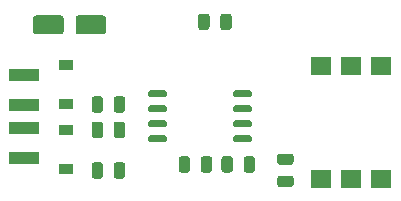
<source format=gtp>
G04 #@! TF.GenerationSoftware,KiCad,Pcbnew,5.1.6+dfsg1-1~bpo9+1*
G04 #@! TF.CreationDate,2022-04-04T20:25:57+02:00*
G04 #@! TF.ProjectId,sdrtrx-pttrelais,73647274-7278-42d7-9074-7472656c6169,rev?*
G04 #@! TF.SameCoordinates,Original*
G04 #@! TF.FileFunction,Paste,Top*
G04 #@! TF.FilePolarity,Positive*
%FSLAX46Y46*%
G04 Gerber Fmt 4.6, Leading zero omitted, Abs format (unit mm)*
G04 Created by KiCad (PCBNEW 5.1.6+dfsg1-1~bpo9+1) date 2022-04-04 20:25:57*
%MOMM*%
%LPD*%
G01*
G04 APERTURE LIST*
%ADD10R,1.780000X1.520000*%
%ADD11R,2.500000X1.100000*%
%ADD12R,1.200000X0.900000*%
G04 APERTURE END LIST*
G36*
G01*
X117850000Y-89258000D02*
X117850000Y-89558000D01*
G75*
G02*
X117700000Y-89708000I-150000J0D01*
G01*
X116400000Y-89708000D01*
G75*
G02*
X116250000Y-89558000I0J150000D01*
G01*
X116250000Y-89258000D01*
G75*
G02*
X116400000Y-89108000I150000J0D01*
G01*
X117700000Y-89108000D01*
G75*
G02*
X117850000Y-89258000I0J-150000D01*
G01*
G37*
G36*
G01*
X117850000Y-87988000D02*
X117850000Y-88288000D01*
G75*
G02*
X117700000Y-88438000I-150000J0D01*
G01*
X116400000Y-88438000D01*
G75*
G02*
X116250000Y-88288000I0J150000D01*
G01*
X116250000Y-87988000D01*
G75*
G02*
X116400000Y-87838000I150000J0D01*
G01*
X117700000Y-87838000D01*
G75*
G02*
X117850000Y-87988000I0J-150000D01*
G01*
G37*
G36*
G01*
X117850000Y-86718000D02*
X117850000Y-87018000D01*
G75*
G02*
X117700000Y-87168000I-150000J0D01*
G01*
X116400000Y-87168000D01*
G75*
G02*
X116250000Y-87018000I0J150000D01*
G01*
X116250000Y-86718000D01*
G75*
G02*
X116400000Y-86568000I150000J0D01*
G01*
X117700000Y-86568000D01*
G75*
G02*
X117850000Y-86718000I0J-150000D01*
G01*
G37*
G36*
G01*
X117850000Y-85448000D02*
X117850000Y-85748000D01*
G75*
G02*
X117700000Y-85898000I-150000J0D01*
G01*
X116400000Y-85898000D01*
G75*
G02*
X116250000Y-85748000I0J150000D01*
G01*
X116250000Y-85448000D01*
G75*
G02*
X116400000Y-85298000I150000J0D01*
G01*
X117700000Y-85298000D01*
G75*
G02*
X117850000Y-85448000I0J-150000D01*
G01*
G37*
G36*
G01*
X125050000Y-85448000D02*
X125050000Y-85748000D01*
G75*
G02*
X124900000Y-85898000I-150000J0D01*
G01*
X123600000Y-85898000D01*
G75*
G02*
X123450000Y-85748000I0J150000D01*
G01*
X123450000Y-85448000D01*
G75*
G02*
X123600000Y-85298000I150000J0D01*
G01*
X124900000Y-85298000D01*
G75*
G02*
X125050000Y-85448000I0J-150000D01*
G01*
G37*
G36*
G01*
X125050000Y-86718000D02*
X125050000Y-87018000D01*
G75*
G02*
X124900000Y-87168000I-150000J0D01*
G01*
X123600000Y-87168000D01*
G75*
G02*
X123450000Y-87018000I0J150000D01*
G01*
X123450000Y-86718000D01*
G75*
G02*
X123600000Y-86568000I150000J0D01*
G01*
X124900000Y-86568000D01*
G75*
G02*
X125050000Y-86718000I0J-150000D01*
G01*
G37*
G36*
G01*
X125050000Y-87988000D02*
X125050000Y-88288000D01*
G75*
G02*
X124900000Y-88438000I-150000J0D01*
G01*
X123600000Y-88438000D01*
G75*
G02*
X123450000Y-88288000I0J150000D01*
G01*
X123450000Y-87988000D01*
G75*
G02*
X123600000Y-87838000I150000J0D01*
G01*
X124900000Y-87838000D01*
G75*
G02*
X125050000Y-87988000I0J-150000D01*
G01*
G37*
G36*
G01*
X125050000Y-89258000D02*
X125050000Y-89558000D01*
G75*
G02*
X124900000Y-89708000I-150000J0D01*
G01*
X123600000Y-89708000D01*
G75*
G02*
X123450000Y-89558000I0J150000D01*
G01*
X123450000Y-89258000D01*
G75*
G02*
X123600000Y-89108000I150000J0D01*
G01*
X124900000Y-89108000D01*
G75*
G02*
X125050000Y-89258000I0J-150000D01*
G01*
G37*
D10*
X130937000Y-83246000D03*
X133477000Y-83246000D03*
X136017000Y-83246000D03*
X136017000Y-92776000D03*
X133477000Y-92776000D03*
X130937000Y-92776000D03*
G36*
G01*
X121470000Y-79045750D02*
X121470000Y-79958250D01*
G75*
G02*
X121226250Y-80202000I-243750J0D01*
G01*
X120738750Y-80202000D01*
G75*
G02*
X120495000Y-79958250I0J243750D01*
G01*
X120495000Y-79045750D01*
G75*
G02*
X120738750Y-78802000I243750J0D01*
G01*
X121226250Y-78802000D01*
G75*
G02*
X121470000Y-79045750I0J-243750D01*
G01*
G37*
G36*
G01*
X123345000Y-79045750D02*
X123345000Y-79958250D01*
G75*
G02*
X123101250Y-80202000I-243750J0D01*
G01*
X122613750Y-80202000D01*
G75*
G02*
X122370000Y-79958250I0J243750D01*
G01*
X122370000Y-79045750D01*
G75*
G02*
X122613750Y-78802000I243750J0D01*
G01*
X123101250Y-78802000D01*
G75*
G02*
X123345000Y-79045750I0J-243750D01*
G01*
G37*
G36*
G01*
X128345250Y-91625000D02*
X127432750Y-91625000D01*
G75*
G02*
X127189000Y-91381250I0J243750D01*
G01*
X127189000Y-90893750D01*
G75*
G02*
X127432750Y-90650000I243750J0D01*
G01*
X128345250Y-90650000D01*
G75*
G02*
X128589000Y-90893750I0J-243750D01*
G01*
X128589000Y-91381250D01*
G75*
G02*
X128345250Y-91625000I-243750J0D01*
G01*
G37*
G36*
G01*
X128345250Y-93500000D02*
X127432750Y-93500000D01*
G75*
G02*
X127189000Y-93256250I0J243750D01*
G01*
X127189000Y-92768750D01*
G75*
G02*
X127432750Y-92525000I243750J0D01*
G01*
X128345250Y-92525000D01*
G75*
G02*
X128589000Y-92768750I0J-243750D01*
G01*
X128589000Y-93256250D01*
G75*
G02*
X128345250Y-93500000I-243750J0D01*
G01*
G37*
G36*
G01*
X123451200Y-91110750D02*
X123451200Y-92023250D01*
G75*
G02*
X123207450Y-92267000I-243750J0D01*
G01*
X122719950Y-92267000D01*
G75*
G02*
X122476200Y-92023250I0J243750D01*
G01*
X122476200Y-91110750D01*
G75*
G02*
X122719950Y-90867000I243750J0D01*
G01*
X123207450Y-90867000D01*
G75*
G02*
X123451200Y-91110750I0J-243750D01*
G01*
G37*
G36*
G01*
X125326200Y-91110750D02*
X125326200Y-92023250D01*
G75*
G02*
X125082450Y-92267000I-243750J0D01*
G01*
X124594950Y-92267000D01*
G75*
G02*
X124351200Y-92023250I0J243750D01*
G01*
X124351200Y-91110750D01*
G75*
G02*
X124594950Y-90867000I243750J0D01*
G01*
X125082450Y-90867000D01*
G75*
G02*
X125326200Y-91110750I0J-243750D01*
G01*
G37*
G36*
G01*
X112453000Y-88189750D02*
X112453000Y-89102250D01*
G75*
G02*
X112209250Y-89346000I-243750J0D01*
G01*
X111721750Y-89346000D01*
G75*
G02*
X111478000Y-89102250I0J243750D01*
G01*
X111478000Y-88189750D01*
G75*
G02*
X111721750Y-87946000I243750J0D01*
G01*
X112209250Y-87946000D01*
G75*
G02*
X112453000Y-88189750I0J-243750D01*
G01*
G37*
G36*
G01*
X114328000Y-88189750D02*
X114328000Y-89102250D01*
G75*
G02*
X114084250Y-89346000I-243750J0D01*
G01*
X113596750Y-89346000D01*
G75*
G02*
X113353000Y-89102250I0J243750D01*
G01*
X113353000Y-88189750D01*
G75*
G02*
X113596750Y-87946000I243750J0D01*
G01*
X114084250Y-87946000D01*
G75*
G02*
X114328000Y-88189750I0J-243750D01*
G01*
G37*
G36*
G01*
X112453000Y-86030750D02*
X112453000Y-86943250D01*
G75*
G02*
X112209250Y-87187000I-243750J0D01*
G01*
X111721750Y-87187000D01*
G75*
G02*
X111478000Y-86943250I0J243750D01*
G01*
X111478000Y-86030750D01*
G75*
G02*
X111721750Y-85787000I243750J0D01*
G01*
X112209250Y-85787000D01*
G75*
G02*
X112453000Y-86030750I0J-243750D01*
G01*
G37*
G36*
G01*
X114328000Y-86030750D02*
X114328000Y-86943250D01*
G75*
G02*
X114084250Y-87187000I-243750J0D01*
G01*
X113596750Y-87187000D01*
G75*
G02*
X113353000Y-86943250I0J243750D01*
G01*
X113353000Y-86030750D01*
G75*
G02*
X113596750Y-85787000I243750J0D01*
G01*
X114084250Y-85787000D01*
G75*
G02*
X114328000Y-86030750I0J-243750D01*
G01*
G37*
G36*
G01*
X112453000Y-91618750D02*
X112453000Y-92531250D01*
G75*
G02*
X112209250Y-92775000I-243750J0D01*
G01*
X111721750Y-92775000D01*
G75*
G02*
X111478000Y-92531250I0J243750D01*
G01*
X111478000Y-91618750D01*
G75*
G02*
X111721750Y-91375000I243750J0D01*
G01*
X112209250Y-91375000D01*
G75*
G02*
X112453000Y-91618750I0J-243750D01*
G01*
G37*
G36*
G01*
X114328000Y-91618750D02*
X114328000Y-92531250D01*
G75*
G02*
X114084250Y-92775000I-243750J0D01*
G01*
X113596750Y-92775000D01*
G75*
G02*
X113353000Y-92531250I0J243750D01*
G01*
X113353000Y-91618750D01*
G75*
G02*
X113596750Y-91375000I243750J0D01*
G01*
X114084250Y-91375000D01*
G75*
G02*
X114328000Y-91618750I0J-243750D01*
G01*
G37*
D11*
X105789000Y-84003000D03*
X105789000Y-91003000D03*
X105789000Y-86503000D03*
X105789000Y-88503000D03*
D12*
X109347000Y-91947000D03*
X109347000Y-88647000D03*
X109347000Y-83186000D03*
X109347000Y-86486000D03*
G36*
G01*
X109123000Y-79206000D02*
X109123000Y-80306000D01*
G75*
G02*
X108873000Y-80556000I-250000J0D01*
G01*
X106773000Y-80556000D01*
G75*
G02*
X106523000Y-80306000I0J250000D01*
G01*
X106523000Y-79206000D01*
G75*
G02*
X106773000Y-78956000I250000J0D01*
G01*
X108873000Y-78956000D01*
G75*
G02*
X109123000Y-79206000I0J-250000D01*
G01*
G37*
G36*
G01*
X112723000Y-79206000D02*
X112723000Y-80306000D01*
G75*
G02*
X112473000Y-80556000I-250000J0D01*
G01*
X110373000Y-80556000D01*
G75*
G02*
X110123000Y-80306000I0J250000D01*
G01*
X110123000Y-79206000D01*
G75*
G02*
X110373000Y-78956000I250000J0D01*
G01*
X112473000Y-78956000D01*
G75*
G02*
X112723000Y-79206000I0J-250000D01*
G01*
G37*
G36*
G01*
X120719000Y-92023250D02*
X120719000Y-91110750D01*
G75*
G02*
X120962750Y-90867000I243750J0D01*
G01*
X121450250Y-90867000D01*
G75*
G02*
X121694000Y-91110750I0J-243750D01*
G01*
X121694000Y-92023250D01*
G75*
G02*
X121450250Y-92267000I-243750J0D01*
G01*
X120962750Y-92267000D01*
G75*
G02*
X120719000Y-92023250I0J243750D01*
G01*
G37*
G36*
G01*
X118844000Y-92023250D02*
X118844000Y-91110750D01*
G75*
G02*
X119087750Y-90867000I243750J0D01*
G01*
X119575250Y-90867000D01*
G75*
G02*
X119819000Y-91110750I0J-243750D01*
G01*
X119819000Y-92023250D01*
G75*
G02*
X119575250Y-92267000I-243750J0D01*
G01*
X119087750Y-92267000D01*
G75*
G02*
X118844000Y-92023250I0J243750D01*
G01*
G37*
M02*

</source>
